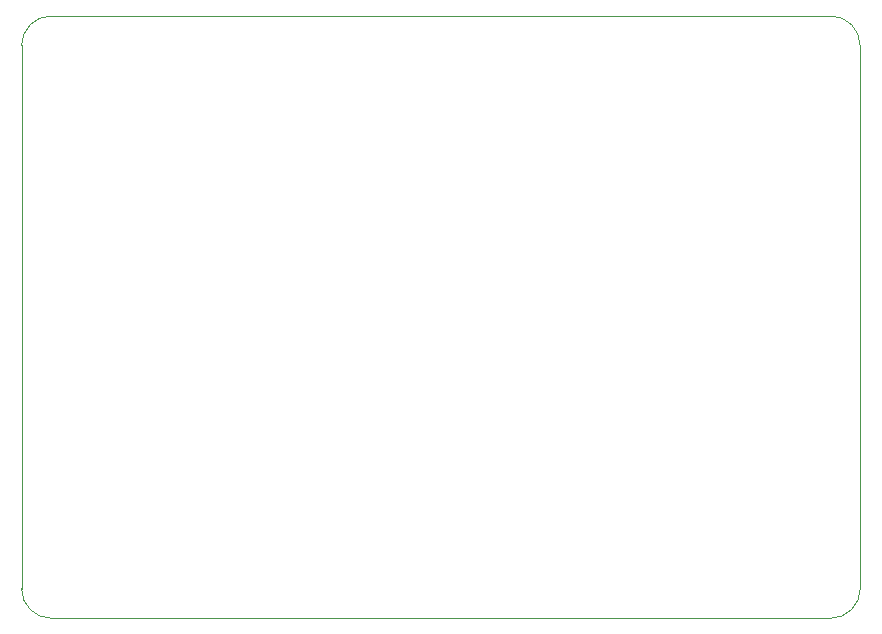
<source format=gbr>
%TF.GenerationSoftware,KiCad,Pcbnew,(7.0.0)*%
%TF.CreationDate,2023-09-03T20:08:13+02:00*%
%TF.ProjectId,newPCBv0.2,6e657750-4342-4763-902e-322e6b696361,rev?*%
%TF.SameCoordinates,Original*%
%TF.FileFunction,Profile,NP*%
%FSLAX46Y46*%
G04 Gerber Fmt 4.6, Leading zero omitted, Abs format (unit mm)*
G04 Created by KiCad (PCBNEW (7.0.0)) date 2023-09-03 20:08:13*
%MOMM*%
%LPD*%
G01*
G04 APERTURE LIST*
%TA.AperFunction,Profile*%
%ADD10C,0.100000*%
%TD*%
G04 APERTURE END LIST*
D10*
X155500000Y-118500000D02*
G75*
G03*
X158000000Y-121000000I2500000J0D01*
G01*
X224000000Y-121000000D02*
G75*
G03*
X226500000Y-118500000I0J2500000D01*
G01*
X158000000Y-70000000D02*
X224000000Y-70000000D01*
X158000000Y-70000000D02*
G75*
G03*
X155500000Y-72500000I0J-2500000D01*
G01*
X155500000Y-118500000D02*
X155500000Y-72500000D01*
X224000000Y-121000000D02*
X158000000Y-121000000D01*
X226500000Y-72500000D02*
G75*
G03*
X224000000Y-70000000I-2500000J0D01*
G01*
X226500000Y-118500000D02*
X226500000Y-72500000D01*
M02*

</source>
